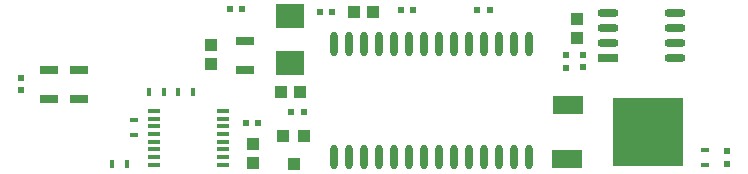
<source format=gbp>
G04*
G04 #@! TF.GenerationSoftware,Altium Limited,Altium Designer,22.6.1 (34)*
G04*
G04 Layer_Color=128*
%FSLAX44Y44*%
%MOMM*%
G71*
G04*
G04 #@! TF.SameCoordinates,33BF7DE0-2247-4683-9E98-F91A82CD5A39*
G04*
G04*
G04 #@! TF.FilePolarity,Positive*
G04*
G01*
G75*
%ADD17R,1.1000X1.1000*%
%ADD18R,1.1000X1.1000*%
%ADD21R,1.6000X0.7500*%
%ADD22R,0.5000X0.5000*%
%ADD23R,0.5000X0.5000*%
%ADD25R,0.6000X0.6000*%
%ADD26R,0.6000X0.6000*%
%ADD76R,0.8000X0.3500*%
%ADD77O,1.7780X0.7112*%
%ADD78R,1.7780X0.7112*%
%ADD79O,0.6500X2.0500*%
%ADD80R,1.0000X1.0000*%
%ADD81R,0.8000X0.3000*%
%ADD82R,2.4000X2.0000*%
%ADD83R,0.3500X0.8000*%
%ADD84R,2.5000X1.6000*%
%ADD85R,6.0000X5.8000*%
%ADD86O,1.1000X0.3800*%
D17*
X1134750Y1012500D02*
D03*
X1151250D02*
D03*
X1089750Y944750D02*
D03*
X1073250D02*
D03*
D18*
X1014000Y968500D02*
D03*
Y985000D02*
D03*
X1324000Y1007000D02*
D03*
Y990500D02*
D03*
X1050000Y884500D02*
D03*
Y901000D02*
D03*
D21*
X901873Y939148D02*
D03*
X902127Y963852D02*
D03*
X1042873Y963648D02*
D03*
X1043127Y988352D02*
D03*
X876873Y938898D02*
D03*
X877127Y963602D02*
D03*
D22*
X853000Y947000D02*
D03*
Y957000D02*
D03*
X1329000Y966000D02*
D03*
Y976000D02*
D03*
D23*
X1054000Y919000D02*
D03*
X1044000D02*
D03*
X1185250Y1014500D02*
D03*
X1175250D02*
D03*
X1040000Y1015000D02*
D03*
X1030000D02*
D03*
D25*
X1451000Y884162D02*
D03*
Y895000D02*
D03*
X1315000Y965250D02*
D03*
Y976000D02*
D03*
D26*
X1250000Y1014000D02*
D03*
X1239250D02*
D03*
X1106250Y1013000D02*
D03*
X1116834D02*
D03*
X1092500Y928000D02*
D03*
X1082000D02*
D03*
D76*
X949000Y908500D02*
D03*
Y921000D02*
D03*
D77*
X1406500Y973600D02*
D03*
X1350000Y986300D02*
D03*
Y999000D02*
D03*
Y1011700D02*
D03*
X1406500Y986300D02*
D03*
Y999000D02*
D03*
Y1011700D02*
D03*
D78*
X1350000Y973600D02*
D03*
D79*
X1118450Y985750D02*
D03*
X1131150D02*
D03*
X1143850D02*
D03*
X1156550D02*
D03*
X1169250D02*
D03*
X1181950D02*
D03*
X1194650D02*
D03*
X1207350D02*
D03*
X1220050D02*
D03*
X1232750D02*
D03*
X1245450D02*
D03*
X1258150D02*
D03*
X1270850D02*
D03*
X1283550D02*
D03*
X1118450Y890250D02*
D03*
X1131150D02*
D03*
X1143850D02*
D03*
X1156550D02*
D03*
X1169250D02*
D03*
X1181950D02*
D03*
X1194650D02*
D03*
X1207350D02*
D03*
X1220050D02*
D03*
X1232750D02*
D03*
X1245450D02*
D03*
X1258150D02*
D03*
X1270850D02*
D03*
X1283550D02*
D03*
D80*
X1084000Y884000D02*
D03*
X1092750Y908000D02*
D03*
X1075250D02*
D03*
D81*
X1432000Y896000D02*
D03*
Y883000D02*
D03*
D82*
X1080750Y969500D02*
D03*
Y1009500D02*
D03*
D83*
X930500Y884000D02*
D03*
X943000D02*
D03*
X986000Y945000D02*
D03*
X998500D02*
D03*
X974001Y945000D02*
D03*
X961501D02*
D03*
D84*
X1315221Y888500D02*
D03*
X1315971Y933500D02*
D03*
D85*
X1384000Y911000D02*
D03*
D86*
X965500Y883250D02*
D03*
Y889750D02*
D03*
Y896250D02*
D03*
Y902750D02*
D03*
Y909250D02*
D03*
Y915750D02*
D03*
Y922250D02*
D03*
Y928750D02*
D03*
X1024500Y883250D02*
D03*
Y889750D02*
D03*
Y896250D02*
D03*
Y902750D02*
D03*
Y909250D02*
D03*
Y915750D02*
D03*
Y922250D02*
D03*
Y928750D02*
D03*
M02*

</source>
